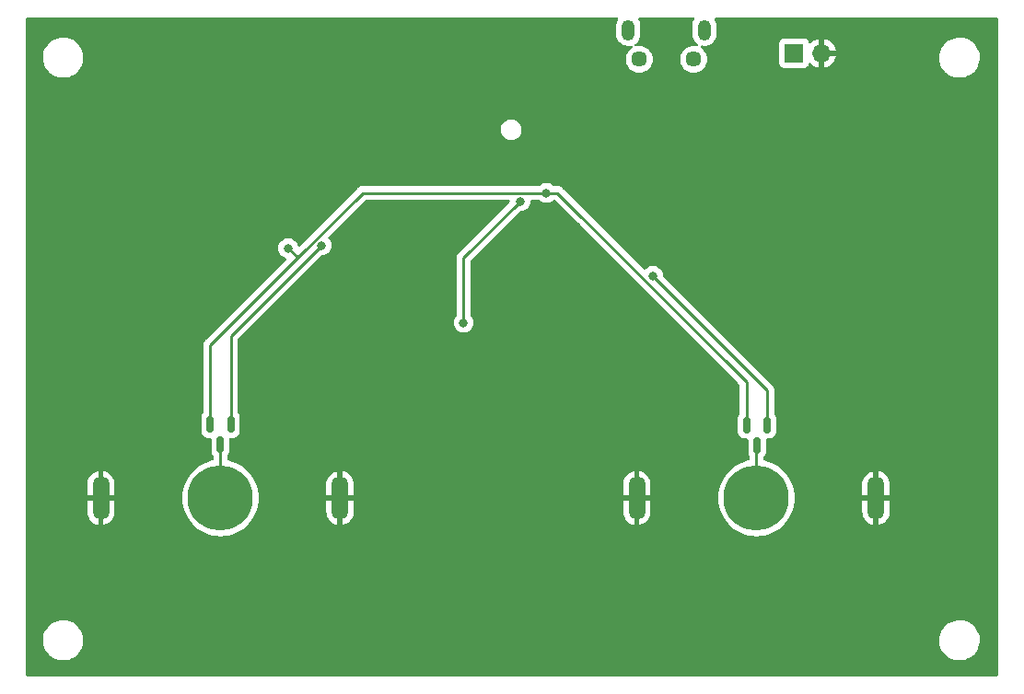
<source format=gbl>
%TF.GenerationSoftware,KiCad,Pcbnew,7.0.6*%
%TF.CreationDate,2023-08-13T13:31:46-04:00*%
%TF.ProjectId,Microphone_V1,4d696372-6f70-4686-9f6e-655f56312e6b,rev?*%
%TF.SameCoordinates,Original*%
%TF.FileFunction,Copper,L2,Bot*%
%TF.FilePolarity,Positive*%
%FSLAX46Y46*%
G04 Gerber Fmt 4.6, Leading zero omitted, Abs format (unit mm)*
G04 Created by KiCad (PCBNEW 7.0.6) date 2023-08-13 13:31:46*
%MOMM*%
%LPD*%
G01*
G04 APERTURE LIST*
G04 Aperture macros list*
%AMRoundRect*
0 Rectangle with rounded corners*
0 $1 Rounding radius*
0 $2 $3 $4 $5 $6 $7 $8 $9 X,Y pos of 4 corners*
0 Add a 4 corners polygon primitive as box body*
4,1,4,$2,$3,$4,$5,$6,$7,$8,$9,$2,$3,0*
0 Add four circle primitives for the rounded corners*
1,1,$1+$1,$2,$3*
1,1,$1+$1,$4,$5*
1,1,$1+$1,$6,$7*
1,1,$1+$1,$8,$9*
0 Add four rect primitives between the rounded corners*
20,1,$1+$1,$2,$3,$4,$5,0*
20,1,$1+$1,$4,$5,$6,$7,0*
20,1,$1+$1,$6,$7,$8,$9,0*
20,1,$1+$1,$8,$9,$2,$3,0*%
G04 Aperture macros list end*
%TA.AperFunction,ComponentPad*%
%ADD10O,1.200000X1.900000*%
%TD*%
%TA.AperFunction,ComponentPad*%
%ADD11C,1.450000*%
%TD*%
%TA.AperFunction,ComponentPad*%
%ADD12C,6.000000*%
%TD*%
%TA.AperFunction,ComponentPad*%
%ADD13O,1.524000X4.000000*%
%TD*%
%TA.AperFunction,ComponentPad*%
%ADD14R,1.700000X1.700000*%
%TD*%
%TA.AperFunction,ComponentPad*%
%ADD15O,1.700000X1.700000*%
%TD*%
%TA.AperFunction,SMDPad,CuDef*%
%ADD16RoundRect,0.150000X-0.150000X0.587500X-0.150000X-0.587500X0.150000X-0.587500X0.150000X0.587500X0*%
%TD*%
%TA.AperFunction,ViaPad*%
%ADD17C,0.800000*%
%TD*%
%TA.AperFunction,Conductor*%
%ADD18C,0.250000*%
%TD*%
G04 APERTURE END LIST*
D10*
%TO.P,J1,6,Shield*%
%TO.N,Net-(J1-Shield)*%
X182930000Y-65278000D03*
D11*
X181930000Y-67978000D03*
X176930000Y-67978000D03*
D10*
X175930000Y-65278000D03*
%TD*%
D12*
%TO.P,MK2,1,-*%
%TO.N,/LEFT_MIC*%
X138430000Y-108331000D03*
D13*
%TO.P,MK2,2,+*%
%TO.N,GND*%
X127430000Y-108331000D03*
X149430000Y-108331000D03*
%TD*%
D12*
%TO.P,MK1,1,-*%
%TO.N,/RIGHT_MIC*%
X187706000Y-108331000D03*
D13*
%TO.P,MK1,2,+*%
%TO.N,GND*%
X176706000Y-108331000D03*
X198706000Y-108331000D03*
%TD*%
D14*
%TO.P,J2,1,Pin_1*%
%TO.N,/VCC_SW*%
X191155000Y-67412000D03*
D15*
%TO.P,J2,2,Pin_2*%
%TO.N,GND*%
X193695000Y-67412000D03*
%TD*%
D16*
%TO.P,Q2,1,D*%
%TO.N,/VCC*%
X137480000Y-101551500D03*
%TO.P,Q2,2,S*%
%TO.N,Net-(Q2-S)*%
X139380000Y-101551500D03*
%TO.P,Q2,3,G*%
%TO.N,/LEFT_MIC*%
X138430000Y-103426500D03*
%TD*%
%TO.P,Q1,1,D*%
%TO.N,/VCC*%
X186817000Y-101600000D03*
%TO.P,Q1,2,S*%
%TO.N,Net-(Q1-S)*%
X188717000Y-101600000D03*
%TO.P,Q1,3,G*%
%TO.N,/RIGHT_MIC*%
X187767000Y-103475000D03*
%TD*%
D17*
%TO.N,GND*%
X177927000Y-92710000D03*
X182753000Y-88773000D03*
X146304000Y-90043000D03*
X142875000Y-82042000D03*
X165100000Y-66040000D03*
X159004000Y-66040000D03*
X177673000Y-76454000D03*
X173101000Y-82169000D03*
X171196000Y-83312000D03*
X161163000Y-95631000D03*
X156972000Y-78867000D03*
X158623000Y-81280000D03*
X157353000Y-86868000D03*
X158877000Y-86868000D03*
%TO.N,/VCC*%
X144653000Y-85344000D03*
%TO.N,/REF*%
X160782000Y-92202000D03*
X165989000Y-81026000D03*
%TO.N,Net-(Q1-S)*%
X178181000Y-87884000D03*
%TO.N,Net-(Q2-S)*%
X147701000Y-85090000D03*
%TO.N,/VCC*%
X168402000Y-80264000D03*
%TD*%
D18*
%TO.N,/RIGHT_MIC*%
X187706000Y-103536000D02*
X187706000Y-108331000D01*
X187767000Y-103475000D02*
X187706000Y-103536000D01*
%TO.N,/LEFT_MIC*%
X138430000Y-103426500D02*
X138430000Y-108331000D01*
%TO.N,/VCC*%
X145473847Y-86164847D02*
X145600847Y-86164847D01*
X144653000Y-85344000D02*
X145473847Y-86164847D01*
X145600847Y-86164847D02*
X151501695Y-80264000D01*
X137480000Y-94285695D02*
X145600847Y-86164847D01*
%TO.N,/REF*%
X160782000Y-86233000D02*
X160782000Y-92202000D01*
X165989000Y-81026000D02*
X160782000Y-86233000D01*
%TO.N,Net-(Q1-S)*%
X188717000Y-98420000D02*
X178181000Y-87884000D01*
X188717000Y-101600000D02*
X188717000Y-98420000D01*
%TO.N,Net-(Q2-S)*%
X139380000Y-101551500D02*
X139380000Y-93411000D01*
X139380000Y-93411000D02*
X147701000Y-85090000D01*
%TO.N,/VCC*%
X186817000Y-97663000D02*
X169418000Y-80264000D01*
X151501695Y-80264000D02*
X168402000Y-80264000D01*
X169418000Y-80264000D02*
X168402000Y-80264000D01*
X186817000Y-101600000D02*
X186817000Y-97663000D01*
X137480000Y-101551500D02*
X137480000Y-94285695D01*
%TD*%
%TA.AperFunction,Conductor*%
%TO.N,GND*%
G36*
X174961904Y-64154685D02*
G01*
X175007659Y-64207489D01*
X175017603Y-64276647D01*
X174999180Y-64326040D01*
X174940245Y-64417743D01*
X174861563Y-64614280D01*
X174821500Y-64822150D01*
X174821500Y-64822151D01*
X174821500Y-65680803D01*
X174836581Y-65838738D01*
X174836582Y-65838742D01*
X174896033Y-66041217D01*
X174896223Y-66041862D01*
X174993229Y-66230026D01*
X175061109Y-66316342D01*
X175124094Y-66396434D01*
X175284077Y-66535061D01*
X175284088Y-66535069D01*
X175324269Y-66558267D01*
X175467418Y-66640913D01*
X175667473Y-66710153D01*
X175877016Y-66740281D01*
X176088474Y-66730208D01*
X176173391Y-66709607D01*
X176243180Y-66712931D01*
X176300095Y-66753458D01*
X176326063Y-66818323D01*
X176312841Y-66886930D01*
X176273749Y-66931685D01*
X176134100Y-67029469D01*
X176134089Y-67029478D01*
X175981475Y-67182092D01*
X175857676Y-67358894D01*
X175766462Y-67554505D01*
X175766458Y-67554514D01*
X175710600Y-67762981D01*
X175710598Y-67762992D01*
X175691788Y-67977998D01*
X175691788Y-67978001D01*
X175710598Y-68193007D01*
X175710600Y-68193018D01*
X175766458Y-68401485D01*
X175766460Y-68401489D01*
X175766461Y-68401493D01*
X175789129Y-68450105D01*
X175857676Y-68597105D01*
X175959577Y-68742633D01*
X175981475Y-68773907D01*
X176134093Y-68926525D01*
X176310894Y-69050323D01*
X176506507Y-69141539D01*
X176714987Y-69197401D01*
X176868567Y-69210837D01*
X176929998Y-69216212D01*
X176930000Y-69216212D01*
X176930002Y-69216212D01*
X176983753Y-69211509D01*
X177145013Y-69197401D01*
X177353493Y-69141539D01*
X177549106Y-69050323D01*
X177725907Y-68926525D01*
X177878525Y-68773907D01*
X178002323Y-68597106D01*
X178093539Y-68401493D01*
X178149401Y-68193013D01*
X178168212Y-67978000D01*
X178149401Y-67762987D01*
X178093539Y-67554507D01*
X178002323Y-67358894D01*
X177878525Y-67182093D01*
X177725907Y-67029475D01*
X177665315Y-66987048D01*
X177549105Y-66905676D01*
X177432754Y-66851421D01*
X177353493Y-66814461D01*
X177353489Y-66814460D01*
X177353485Y-66814458D01*
X177145018Y-66758600D01*
X177145014Y-66758599D01*
X177145013Y-66758599D01*
X177145012Y-66758598D01*
X177145007Y-66758598D01*
X176930002Y-66739788D01*
X176929998Y-66739788D01*
X176714992Y-66758598D01*
X176714978Y-66758601D01*
X176638659Y-66779050D01*
X176568810Y-66777387D01*
X176510947Y-66738224D01*
X176483444Y-66673995D01*
X176495031Y-66605093D01*
X176534636Y-66558270D01*
X176659215Y-66469559D01*
X176805303Y-66316346D01*
X176805657Y-66315796D01*
X176880102Y-66199956D01*
X176919756Y-66138254D01*
X176998436Y-65941721D01*
X177038500Y-65733849D01*
X177038500Y-64875197D01*
X177023419Y-64717261D01*
X176963777Y-64514138D01*
X176866771Y-64325974D01*
X176864064Y-64320723D01*
X176865096Y-64320190D01*
X176847129Y-64259001D01*
X176866813Y-64191961D01*
X176919617Y-64146206D01*
X176971129Y-64135000D01*
X181894865Y-64135000D01*
X181961904Y-64154685D01*
X182007659Y-64207489D01*
X182017603Y-64276647D01*
X181999180Y-64326040D01*
X181940245Y-64417743D01*
X181861563Y-64614280D01*
X181821500Y-64822150D01*
X181821500Y-64822151D01*
X181821500Y-65680803D01*
X181836581Y-65838738D01*
X181836582Y-65838742D01*
X181896033Y-66041217D01*
X181896223Y-66041862D01*
X181993229Y-66230026D01*
X182061109Y-66316342D01*
X182124094Y-66396434D01*
X182284077Y-66535061D01*
X182284088Y-66535069D01*
X182298626Y-66543462D01*
X182311304Y-66550782D01*
X182359520Y-66601347D01*
X182372745Y-66669953D01*
X182346778Y-66734819D01*
X182289865Y-66775348D01*
X182220074Y-66778674D01*
X182217214Y-66777944D01*
X182145021Y-66758601D01*
X182145018Y-66758600D01*
X182145013Y-66758599D01*
X182145010Y-66758598D01*
X182145007Y-66758598D01*
X181930002Y-66739788D01*
X181929998Y-66739788D01*
X181714992Y-66758598D01*
X181714981Y-66758600D01*
X181506514Y-66814458D01*
X181506505Y-66814462D01*
X181310894Y-66905676D01*
X181134092Y-67029475D01*
X180981475Y-67182092D01*
X180857676Y-67358894D01*
X180766462Y-67554505D01*
X180766458Y-67554514D01*
X180710600Y-67762981D01*
X180710598Y-67762992D01*
X180691788Y-67977998D01*
X180691788Y-67978001D01*
X180710598Y-68193007D01*
X180710600Y-68193018D01*
X180766458Y-68401485D01*
X180766460Y-68401489D01*
X180766461Y-68401493D01*
X180789129Y-68450105D01*
X180857676Y-68597105D01*
X180959577Y-68742633D01*
X180981475Y-68773907D01*
X181134093Y-68926525D01*
X181310894Y-69050323D01*
X181506507Y-69141539D01*
X181714987Y-69197401D01*
X181868567Y-69210837D01*
X181929998Y-69216212D01*
X181930000Y-69216212D01*
X181930002Y-69216212D01*
X181983753Y-69211509D01*
X182145013Y-69197401D01*
X182353493Y-69141539D01*
X182549106Y-69050323D01*
X182725907Y-68926525D01*
X182878525Y-68773907D01*
X183002323Y-68597106D01*
X183093539Y-68401493D01*
X183117879Y-68310654D01*
X189796500Y-68310654D01*
X189803011Y-68371202D01*
X189803011Y-68371204D01*
X189854110Y-68508203D01*
X189854111Y-68508204D01*
X189941739Y-68625261D01*
X190058796Y-68712889D01*
X190195799Y-68763989D01*
X190223050Y-68766918D01*
X190256345Y-68770499D01*
X190256362Y-68770500D01*
X192053638Y-68770500D01*
X192053654Y-68770499D01*
X192080692Y-68767591D01*
X192114201Y-68763989D01*
X192251204Y-68712889D01*
X192368261Y-68625261D01*
X192455889Y-68508204D01*
X192504223Y-68378615D01*
X192546093Y-68322686D01*
X192611557Y-68298269D01*
X192679830Y-68313121D01*
X192708084Y-68334272D01*
X192823917Y-68450105D01*
X193017421Y-68585600D01*
X193231507Y-68685429D01*
X193231516Y-68685433D01*
X193445000Y-68742634D01*
X193445000Y-67847501D01*
X193552685Y-67896680D01*
X193659237Y-67912000D01*
X193730763Y-67912000D01*
X193837315Y-67896680D01*
X193945000Y-67847501D01*
X193945000Y-68742633D01*
X194158483Y-68685433D01*
X194158492Y-68685429D01*
X194372578Y-68585600D01*
X194566082Y-68450105D01*
X194733105Y-68283082D01*
X194868600Y-68089578D01*
X194963640Y-67885763D01*
X204520787Y-67885763D01*
X204550413Y-68155013D01*
X204550415Y-68155024D01*
X204614851Y-68401494D01*
X204618928Y-68417088D01*
X204724870Y-68666390D01*
X204784434Y-68763989D01*
X204865979Y-68897605D01*
X204865986Y-68897615D01*
X205039253Y-69105819D01*
X205039259Y-69105824D01*
X205141466Y-69197401D01*
X205240998Y-69286582D01*
X205466910Y-69436044D01*
X205712176Y-69551020D01*
X205712183Y-69551022D01*
X205712185Y-69551023D01*
X205971557Y-69629057D01*
X205971564Y-69629058D01*
X205971569Y-69629060D01*
X206239561Y-69668500D01*
X206239566Y-69668500D01*
X206442636Y-69668500D01*
X206494133Y-69664730D01*
X206645156Y-69653677D01*
X206757758Y-69628593D01*
X206909546Y-69594782D01*
X206909548Y-69594781D01*
X206909553Y-69594780D01*
X207162558Y-69498014D01*
X207398777Y-69365441D01*
X207613177Y-69199888D01*
X207801186Y-69004881D01*
X207958799Y-68784579D01*
X208040710Y-68625260D01*
X208082649Y-68543690D01*
X208082651Y-68543684D01*
X208082656Y-68543675D01*
X208170118Y-68287305D01*
X208219319Y-68020933D01*
X208229212Y-67750235D01*
X208199586Y-67480982D01*
X208131072Y-67218912D01*
X208025130Y-66969610D01*
X207884018Y-66738390D01*
X207835674Y-66680298D01*
X207710746Y-66530180D01*
X207710740Y-66530175D01*
X207509002Y-66349418D01*
X207283092Y-66199957D01*
X207280494Y-66198739D01*
X207037824Y-66084980D01*
X207037819Y-66084978D01*
X207037814Y-66084976D01*
X206778442Y-66006942D01*
X206778428Y-66006939D01*
X206662791Y-65989921D01*
X206510439Y-65967500D01*
X206307369Y-65967500D01*
X206307364Y-65967500D01*
X206104844Y-65982323D01*
X206104831Y-65982325D01*
X205840453Y-66041217D01*
X205840446Y-66041220D01*
X205587439Y-66137987D01*
X205351226Y-66270557D01*
X205136822Y-66436112D01*
X204948822Y-66631109D01*
X204948816Y-66631116D01*
X204791202Y-66851419D01*
X204791199Y-66851424D01*
X204667350Y-67092309D01*
X204667343Y-67092327D01*
X204579884Y-67348685D01*
X204579881Y-67348699D01*
X204530681Y-67615068D01*
X204530680Y-67615075D01*
X204520787Y-67885763D01*
X194963640Y-67885763D01*
X194968429Y-67875492D01*
X194968432Y-67875486D01*
X195025636Y-67662000D01*
X194128686Y-67662000D01*
X194154493Y-67621844D01*
X194195000Y-67483889D01*
X194195000Y-67340111D01*
X194154493Y-67202156D01*
X194128686Y-67162000D01*
X195025636Y-67162000D01*
X195025635Y-67161999D01*
X194968432Y-66948513D01*
X194968429Y-66948507D01*
X194868600Y-66734422D01*
X194868599Y-66734420D01*
X194733113Y-66540926D01*
X194733108Y-66540920D01*
X194566082Y-66373894D01*
X194372578Y-66238399D01*
X194158492Y-66138570D01*
X194158486Y-66138567D01*
X193945000Y-66081364D01*
X193945000Y-66976498D01*
X193837315Y-66927320D01*
X193730763Y-66912000D01*
X193659237Y-66912000D01*
X193552685Y-66927320D01*
X193445000Y-66976498D01*
X193445000Y-66081364D01*
X193444999Y-66081364D01*
X193231513Y-66138567D01*
X193231507Y-66138570D01*
X193017422Y-66238399D01*
X193017420Y-66238400D01*
X192823926Y-66373886D01*
X192708084Y-66489728D01*
X192646761Y-66523212D01*
X192577069Y-66518228D01*
X192521136Y-66476356D01*
X192504223Y-66445384D01*
X192455889Y-66315796D01*
X192368261Y-66198739D01*
X192251204Y-66111111D01*
X192114203Y-66060011D01*
X192053654Y-66053500D01*
X192053638Y-66053500D01*
X190256362Y-66053500D01*
X190256345Y-66053500D01*
X190195797Y-66060011D01*
X190195795Y-66060011D01*
X190058795Y-66111111D01*
X189941739Y-66198739D01*
X189854111Y-66315795D01*
X189803011Y-66452795D01*
X189803011Y-66452797D01*
X189796500Y-66513345D01*
X189796500Y-68310654D01*
X183117879Y-68310654D01*
X183149401Y-68193013D01*
X183168212Y-67978000D01*
X183149401Y-67762987D01*
X183093539Y-67554507D01*
X183002323Y-67358894D01*
X182878525Y-67182093D01*
X182725907Y-67029475D01*
X182593194Y-66936548D01*
X182549570Y-66881972D01*
X182542378Y-66812473D01*
X182573900Y-66750119D01*
X182634130Y-66714705D01*
X182681961Y-66712236D01*
X182877016Y-66740281D01*
X183088474Y-66730208D01*
X183294204Y-66680298D01*
X183486771Y-66592356D01*
X183590869Y-66518228D01*
X183659210Y-66469563D01*
X183659211Y-66469561D01*
X183659215Y-66469559D01*
X183805303Y-66316346D01*
X183805657Y-66315796D01*
X183880102Y-66199956D01*
X183919756Y-66138254D01*
X183998436Y-65941721D01*
X184038500Y-65733849D01*
X184038500Y-64875197D01*
X184023419Y-64717261D01*
X183963777Y-64514138D01*
X183866771Y-64325974D01*
X183864064Y-64320723D01*
X183865096Y-64320190D01*
X183847129Y-64259001D01*
X183866813Y-64191961D01*
X183919617Y-64146206D01*
X183971129Y-64135000D01*
X209807000Y-64135000D01*
X209874039Y-64154685D01*
X209919794Y-64207489D01*
X209931000Y-64259000D01*
X209931000Y-124590000D01*
X209911315Y-124657039D01*
X209858511Y-124702794D01*
X209807000Y-124714000D01*
X120647000Y-124714000D01*
X120579961Y-124694315D01*
X120534206Y-124641511D01*
X120523000Y-124590000D01*
X120523000Y-121479763D01*
X122097787Y-121479763D01*
X122127413Y-121749013D01*
X122127415Y-121749024D01*
X122195926Y-122011082D01*
X122195928Y-122011088D01*
X122301870Y-122260390D01*
X122373998Y-122378575D01*
X122442979Y-122491605D01*
X122442986Y-122491615D01*
X122616253Y-122699819D01*
X122616259Y-122699824D01*
X122817998Y-122880582D01*
X123043910Y-123030044D01*
X123289176Y-123145020D01*
X123289183Y-123145022D01*
X123289185Y-123145023D01*
X123548557Y-123223057D01*
X123548564Y-123223058D01*
X123548569Y-123223060D01*
X123816561Y-123262500D01*
X123816566Y-123262500D01*
X124019636Y-123262500D01*
X124071133Y-123258730D01*
X124222156Y-123247677D01*
X124334758Y-123222593D01*
X124486546Y-123188782D01*
X124486548Y-123188781D01*
X124486553Y-123188780D01*
X124739558Y-123092014D01*
X124975777Y-122959441D01*
X125190177Y-122793888D01*
X125378186Y-122598881D01*
X125535799Y-122378579D01*
X125609787Y-122234669D01*
X125659649Y-122137690D01*
X125659651Y-122137684D01*
X125659656Y-122137675D01*
X125747118Y-121881305D01*
X125796319Y-121614933D01*
X125801259Y-121479763D01*
X204520787Y-121479763D01*
X204550413Y-121749013D01*
X204550415Y-121749024D01*
X204618926Y-122011082D01*
X204618928Y-122011088D01*
X204724870Y-122260390D01*
X204796998Y-122378575D01*
X204865979Y-122491605D01*
X204865986Y-122491615D01*
X205039253Y-122699819D01*
X205039259Y-122699824D01*
X205240998Y-122880582D01*
X205466910Y-123030044D01*
X205712176Y-123145020D01*
X205712183Y-123145022D01*
X205712185Y-123145023D01*
X205971557Y-123223057D01*
X205971564Y-123223058D01*
X205971569Y-123223060D01*
X206239561Y-123262500D01*
X206239566Y-123262500D01*
X206442636Y-123262500D01*
X206494133Y-123258730D01*
X206645156Y-123247677D01*
X206757758Y-123222593D01*
X206909546Y-123188782D01*
X206909548Y-123188781D01*
X206909553Y-123188780D01*
X207162558Y-123092014D01*
X207398777Y-122959441D01*
X207613177Y-122793888D01*
X207801186Y-122598881D01*
X207958799Y-122378579D01*
X208032787Y-122234669D01*
X208082649Y-122137690D01*
X208082651Y-122137684D01*
X208082656Y-122137675D01*
X208170118Y-121881305D01*
X208219319Y-121614933D01*
X208229212Y-121344235D01*
X208199586Y-121074982D01*
X208131072Y-120812912D01*
X208025130Y-120563610D01*
X207884018Y-120332390D01*
X207794747Y-120225119D01*
X207710746Y-120124180D01*
X207710740Y-120124175D01*
X207509002Y-119943418D01*
X207283092Y-119793957D01*
X207283090Y-119793956D01*
X207037824Y-119678980D01*
X207037819Y-119678978D01*
X207037814Y-119678976D01*
X206778442Y-119600942D01*
X206778428Y-119600939D01*
X206662791Y-119583921D01*
X206510439Y-119561500D01*
X206307369Y-119561500D01*
X206307364Y-119561500D01*
X206104844Y-119576323D01*
X206104831Y-119576325D01*
X205840453Y-119635217D01*
X205840446Y-119635220D01*
X205587439Y-119731987D01*
X205351226Y-119864557D01*
X205136822Y-120030112D01*
X204948822Y-120225109D01*
X204948816Y-120225116D01*
X204791202Y-120445419D01*
X204791199Y-120445424D01*
X204667350Y-120686309D01*
X204667343Y-120686327D01*
X204579884Y-120942685D01*
X204579881Y-120942699D01*
X204530681Y-121209068D01*
X204530680Y-121209075D01*
X204520787Y-121479763D01*
X125801259Y-121479763D01*
X125806212Y-121344235D01*
X125776586Y-121074982D01*
X125708072Y-120812912D01*
X125602130Y-120563610D01*
X125461018Y-120332390D01*
X125371747Y-120225119D01*
X125287746Y-120124180D01*
X125287740Y-120124175D01*
X125086002Y-119943418D01*
X124860092Y-119793957D01*
X124860090Y-119793956D01*
X124614824Y-119678980D01*
X124614819Y-119678978D01*
X124614814Y-119678976D01*
X124355442Y-119600942D01*
X124355428Y-119600939D01*
X124239791Y-119583921D01*
X124087439Y-119561500D01*
X123884369Y-119561500D01*
X123884364Y-119561500D01*
X123681844Y-119576323D01*
X123681831Y-119576325D01*
X123417453Y-119635217D01*
X123417446Y-119635220D01*
X123164439Y-119731987D01*
X122928226Y-119864557D01*
X122713822Y-120030112D01*
X122525822Y-120225109D01*
X122525816Y-120225116D01*
X122368202Y-120445419D01*
X122368199Y-120445424D01*
X122244350Y-120686309D01*
X122244343Y-120686327D01*
X122156884Y-120942685D01*
X122156881Y-120942699D01*
X122107681Y-121209068D01*
X122107680Y-121209075D01*
X122097787Y-121479763D01*
X120523000Y-121479763D01*
X120523000Y-109625672D01*
X126168000Y-109625672D01*
X126183261Y-109795250D01*
X126243692Y-110014217D01*
X126243697Y-110014230D01*
X126342256Y-110218891D01*
X126342262Y-110218901D01*
X126475780Y-110402672D01*
X126475784Y-110402677D01*
X126639976Y-110559659D01*
X126829560Y-110684803D01*
X127038439Y-110774083D01*
X127038448Y-110774086D01*
X127179998Y-110806393D01*
X127179999Y-110806392D01*
X127179999Y-109737716D01*
X127218731Y-109773371D01*
X127335177Y-109824448D01*
X127461898Y-109834949D01*
X127585162Y-109803734D01*
X127680000Y-109741773D01*
X127680000Y-110808660D01*
X127711952Y-110804333D01*
X127928003Y-110734134D01*
X128128039Y-110626490D01*
X128128042Y-110626488D01*
X128305646Y-110484854D01*
X128455100Y-110313789D01*
X128455107Y-110313781D01*
X128571615Y-110118781D01*
X128571619Y-110118773D01*
X128651438Y-109906095D01*
X128691999Y-109682585D01*
X128692000Y-108581000D01*
X127811000Y-108581000D01*
X127811000Y-108331000D01*
X134916685Y-108331000D01*
X134935931Y-108698242D01*
X134993458Y-109061453D01*
X134993458Y-109061455D01*
X135088641Y-109416681D01*
X135220428Y-109759997D01*
X135387382Y-110087662D01*
X135587666Y-110396073D01*
X135587668Y-110396075D01*
X135819098Y-110681867D01*
X136079133Y-110941902D01*
X136079137Y-110941905D01*
X136364926Y-111173333D01*
X136673337Y-111373617D01*
X136673342Y-111373620D01*
X137001006Y-111540573D01*
X137344326Y-111672361D01*
X137699541Y-111767541D01*
X138062759Y-111825069D01*
X138409688Y-111843250D01*
X138429999Y-111844315D01*
X138430000Y-111844315D01*
X138430001Y-111844315D01*
X138449246Y-111843306D01*
X138797241Y-111825069D01*
X139160459Y-111767541D01*
X139515674Y-111672361D01*
X139858994Y-111540573D01*
X140186658Y-111373620D01*
X140495075Y-111173332D01*
X140780867Y-110941902D01*
X141040902Y-110681867D01*
X141272332Y-110396075D01*
X141472620Y-110087658D01*
X141639573Y-109759994D01*
X141691134Y-109625672D01*
X148168000Y-109625672D01*
X148183261Y-109795250D01*
X148243692Y-110014217D01*
X148243697Y-110014230D01*
X148342256Y-110218891D01*
X148342262Y-110218901D01*
X148475780Y-110402672D01*
X148475784Y-110402677D01*
X148639976Y-110559659D01*
X148829560Y-110684803D01*
X149038439Y-110774083D01*
X149038448Y-110774086D01*
X149179999Y-110806393D01*
X149180000Y-110806392D01*
X149180000Y-109737716D01*
X149218731Y-109773371D01*
X149335177Y-109824448D01*
X149461898Y-109834949D01*
X149585162Y-109803734D01*
X149680000Y-109741773D01*
X149680000Y-110808659D01*
X149711952Y-110804333D01*
X149928003Y-110734134D01*
X150128039Y-110626490D01*
X150128042Y-110626488D01*
X150305646Y-110484854D01*
X150455100Y-110313789D01*
X150455107Y-110313781D01*
X150571615Y-110118781D01*
X150571619Y-110118773D01*
X150651438Y-109906095D01*
X150692000Y-109682585D01*
X150692000Y-109625672D01*
X175444000Y-109625672D01*
X175459261Y-109795250D01*
X175519692Y-110014217D01*
X175519697Y-110014230D01*
X175618256Y-110218891D01*
X175618262Y-110218901D01*
X175751780Y-110402672D01*
X175751784Y-110402677D01*
X175915976Y-110559659D01*
X176105560Y-110684803D01*
X176314439Y-110774083D01*
X176314448Y-110774086D01*
X176455999Y-110806393D01*
X176456000Y-110806393D01*
X176456000Y-109737716D01*
X176494731Y-109773371D01*
X176611177Y-109824448D01*
X176737898Y-109834949D01*
X176861162Y-109803734D01*
X176956000Y-109741773D01*
X176956000Y-110808659D01*
X176987952Y-110804333D01*
X177204003Y-110734134D01*
X177404039Y-110626490D01*
X177404042Y-110626488D01*
X177581646Y-110484854D01*
X177731100Y-110313789D01*
X177731107Y-110313781D01*
X177847615Y-110118781D01*
X177847619Y-110118773D01*
X177927438Y-109906095D01*
X177968000Y-109682585D01*
X177968000Y-108581000D01*
X177087000Y-108581000D01*
X177087000Y-108081000D01*
X177968000Y-108081000D01*
X177968000Y-107036331D01*
X177967999Y-107036327D01*
X177952738Y-106866749D01*
X177892307Y-106647782D01*
X177892302Y-106647769D01*
X177793743Y-106443108D01*
X177793737Y-106443098D01*
X177660219Y-106259327D01*
X177660215Y-106259322D01*
X177496023Y-106102340D01*
X177306439Y-105977196D01*
X177097559Y-105887916D01*
X177097550Y-105887913D01*
X176956000Y-105855605D01*
X176956000Y-106924283D01*
X176917269Y-106888629D01*
X176800823Y-106837552D01*
X176674102Y-106827051D01*
X176550838Y-106858266D01*
X176456000Y-106920226D01*
X176456000Y-105853339D01*
X176424040Y-105857669D01*
X176424038Y-105857669D01*
X176207996Y-105927865D01*
X176007960Y-106035509D01*
X176007957Y-106035511D01*
X175830353Y-106177145D01*
X175680899Y-106348210D01*
X175680892Y-106348218D01*
X175564384Y-106543218D01*
X175564380Y-106543226D01*
X175484561Y-106755904D01*
X175444000Y-106979414D01*
X175444000Y-108081000D01*
X176325000Y-108081000D01*
X176325000Y-108581000D01*
X175444000Y-108581000D01*
X175444000Y-109625672D01*
X150692000Y-109625672D01*
X150692000Y-108581000D01*
X149811000Y-108581000D01*
X149811000Y-108081000D01*
X150692000Y-108081000D01*
X150692000Y-107036331D01*
X150691999Y-107036327D01*
X150676738Y-106866749D01*
X150616307Y-106647782D01*
X150616302Y-106647769D01*
X150517743Y-106443108D01*
X150517737Y-106443098D01*
X150384219Y-106259327D01*
X150384215Y-106259322D01*
X150220023Y-106102340D01*
X150030439Y-105977196D01*
X149821559Y-105887916D01*
X149821550Y-105887913D01*
X149680000Y-105855605D01*
X149680000Y-106924283D01*
X149641269Y-106888629D01*
X149524823Y-106837552D01*
X149398102Y-106827051D01*
X149274838Y-106858266D01*
X149180000Y-106920226D01*
X149180000Y-105853339D01*
X149148040Y-105857669D01*
X149148038Y-105857669D01*
X148931996Y-105927865D01*
X148731960Y-106035509D01*
X148731957Y-106035511D01*
X148554353Y-106177145D01*
X148404899Y-106348210D01*
X148404892Y-106348218D01*
X148288384Y-106543218D01*
X148288380Y-106543226D01*
X148208561Y-106755904D01*
X148168000Y-106979414D01*
X148168000Y-108081000D01*
X149049000Y-108081000D01*
X149049000Y-108581000D01*
X148168000Y-108581000D01*
X148168000Y-109625672D01*
X141691134Y-109625672D01*
X141771361Y-109416674D01*
X141866541Y-109061459D01*
X141924069Y-108698241D01*
X141943315Y-108331000D01*
X141924069Y-107963759D01*
X141866541Y-107600541D01*
X141771361Y-107245326D01*
X141639573Y-106902006D01*
X141472620Y-106574343D01*
X141472617Y-106574338D01*
X141272333Y-106265926D01*
X141085746Y-106035511D01*
X141040902Y-105980133D01*
X140780867Y-105720098D01*
X140495075Y-105488668D01*
X140495073Y-105488666D01*
X140186662Y-105288382D01*
X139858997Y-105121428D01*
X139515681Y-104989641D01*
X139515674Y-104989639D01*
X139160459Y-104894459D01*
X139160453Y-104894458D01*
X139157322Y-104893619D01*
X139157615Y-104892523D01*
X139100204Y-104861501D01*
X139066451Y-104800326D01*
X139063500Y-104773436D01*
X139063500Y-104513122D01*
X139083185Y-104446083D01*
X139099818Y-104425441D01*
X139104453Y-104420807D01*
X139189145Y-104277601D01*
X139235562Y-104117831D01*
X139238500Y-104080502D01*
X139238500Y-102921500D01*
X139258185Y-102854461D01*
X139310989Y-102808706D01*
X139362500Y-102797500D01*
X139596505Y-102797500D01*
X139618899Y-102795737D01*
X139633831Y-102794562D01*
X139633833Y-102794561D01*
X139633835Y-102794561D01*
X139675962Y-102782321D01*
X139793601Y-102748145D01*
X139936807Y-102663453D01*
X140054453Y-102545807D01*
X140139145Y-102402601D01*
X140185562Y-102242831D01*
X140188500Y-102205502D01*
X140188500Y-100897498D01*
X140185562Y-100860169D01*
X140139145Y-100700399D01*
X140054453Y-100557193D01*
X140054451Y-100557191D01*
X140054448Y-100557187D01*
X140049819Y-100552558D01*
X140016334Y-100491235D01*
X140013500Y-100464877D01*
X140013500Y-93724766D01*
X140033185Y-93657727D01*
X140049819Y-93637085D01*
X147652086Y-86034819D01*
X147713409Y-86001334D01*
X147739767Y-85998500D01*
X147796487Y-85998500D01*
X147983288Y-85958794D01*
X148157752Y-85881118D01*
X148312253Y-85768866D01*
X148440040Y-85626944D01*
X148535527Y-85461556D01*
X148594542Y-85279928D01*
X148614504Y-85090000D01*
X148594542Y-84900072D01*
X148535527Y-84718444D01*
X148440040Y-84553056D01*
X148361714Y-84466066D01*
X148331484Y-84403074D01*
X148340109Y-84333739D01*
X148366180Y-84295416D01*
X151727779Y-80933819D01*
X151789103Y-80900334D01*
X151815461Y-80897500D01*
X164922233Y-80897500D01*
X164989272Y-80917185D01*
X165035027Y-80969989D01*
X165044971Y-81039147D01*
X165015946Y-81102703D01*
X165009914Y-81109181D01*
X160393179Y-85725914D01*
X160380820Y-85735818D01*
X160380993Y-85736027D01*
X160374983Y-85740999D01*
X160327016Y-85792078D01*
X160305872Y-85813222D01*
X160305857Y-85813239D01*
X160301531Y-85818814D01*
X160297747Y-85823244D01*
X160265419Y-85857671D01*
X160265412Y-85857681D01*
X160255579Y-85875567D01*
X160244903Y-85891820D01*
X160232386Y-85907957D01*
X160232385Y-85907959D01*
X160213625Y-85951310D01*
X160211055Y-85956556D01*
X160188303Y-85997941D01*
X160188303Y-85997942D01*
X160183225Y-86017720D01*
X160176925Y-86036122D01*
X160168818Y-86054857D01*
X160161431Y-86101495D01*
X160160246Y-86107216D01*
X160148500Y-86152965D01*
X160148499Y-86152973D01*
X160148499Y-86173388D01*
X160146973Y-86192779D01*
X160143780Y-86212941D01*
X160143780Y-86212942D01*
X160148225Y-86259966D01*
X160148500Y-86265804D01*
X160148500Y-91500241D01*
X160128815Y-91567280D01*
X160116650Y-91583213D01*
X160042963Y-91665050D01*
X160042958Y-91665057D01*
X159947473Y-91830443D01*
X159947470Y-91830450D01*
X159888459Y-92012068D01*
X159888458Y-92012072D01*
X159868496Y-92202000D01*
X159888458Y-92391928D01*
X159888459Y-92391931D01*
X159947470Y-92573549D01*
X159947473Y-92573556D01*
X160042960Y-92738944D01*
X160170747Y-92880866D01*
X160325248Y-92993118D01*
X160499712Y-93070794D01*
X160686513Y-93110500D01*
X160877487Y-93110500D01*
X161064288Y-93070794D01*
X161238752Y-92993118D01*
X161393253Y-92880866D01*
X161521040Y-92738944D01*
X161616527Y-92573556D01*
X161675542Y-92391928D01*
X161695504Y-92202000D01*
X161675542Y-92012072D01*
X161616527Y-91830444D01*
X161521040Y-91665056D01*
X161521036Y-91665050D01*
X161447350Y-91583213D01*
X161417120Y-91520221D01*
X161415500Y-91500241D01*
X161415500Y-86546766D01*
X161435185Y-86479727D01*
X161451819Y-86459085D01*
X165940086Y-81970819D01*
X166001409Y-81937334D01*
X166027767Y-81934500D01*
X166084487Y-81934500D01*
X166271288Y-81894794D01*
X166445752Y-81817118D01*
X166600253Y-81704866D01*
X166728040Y-81562944D01*
X166823527Y-81397556D01*
X166882542Y-81215928D01*
X166902504Y-81026000D01*
X166902504Y-81025996D01*
X166902504Y-81021500D01*
X166922189Y-80954461D01*
X166974993Y-80908706D01*
X167026504Y-80897500D01*
X167694691Y-80897500D01*
X167761730Y-80917185D01*
X167786840Y-80938527D01*
X167789250Y-80941204D01*
X167790747Y-80942866D01*
X167945248Y-81055118D01*
X168119712Y-81132794D01*
X168306513Y-81172500D01*
X168497487Y-81172500D01*
X168684288Y-81132794D01*
X168858752Y-81055118D01*
X169013253Y-80942866D01*
X169014751Y-80941201D01*
X169015859Y-80940519D01*
X169018082Y-80938518D01*
X169018447Y-80938924D01*
X169074232Y-80904552D01*
X169144089Y-80905877D01*
X169194584Y-80936489D01*
X186147182Y-97889086D01*
X186180666Y-97950407D01*
X186183500Y-97976765D01*
X186183500Y-100513377D01*
X186163815Y-100580416D01*
X186147186Y-100601054D01*
X186142549Y-100605691D01*
X186142543Y-100605698D01*
X186057855Y-100748898D01*
X186057853Y-100748903D01*
X186011438Y-100908664D01*
X186011437Y-100908670D01*
X186008500Y-100945995D01*
X186008500Y-102254005D01*
X186011437Y-102291329D01*
X186011438Y-102291335D01*
X186057853Y-102451096D01*
X186057855Y-102451101D01*
X186142544Y-102594303D01*
X186142551Y-102594312D01*
X186260187Y-102711948D01*
X186260191Y-102711951D01*
X186260193Y-102711953D01*
X186403399Y-102796645D01*
X186406342Y-102797500D01*
X186563164Y-102843061D01*
X186563167Y-102843061D01*
X186563169Y-102843062D01*
X186572501Y-102843796D01*
X186600495Y-102846000D01*
X186600498Y-102846000D01*
X186834500Y-102846000D01*
X186901539Y-102865685D01*
X186947294Y-102918489D01*
X186958500Y-102970000D01*
X186958500Y-104129005D01*
X186961437Y-104166329D01*
X186961438Y-104166335D01*
X187007853Y-104326096D01*
X187007855Y-104326101D01*
X187055232Y-104406211D01*
X187072500Y-104469331D01*
X187072500Y-104773436D01*
X187052815Y-104840475D01*
X187000011Y-104886230D01*
X186978594Y-104893306D01*
X186978678Y-104893619D01*
X186975546Y-104894458D01*
X186975541Y-104894459D01*
X186693417Y-104970054D01*
X186620318Y-104989641D01*
X186277002Y-105121428D01*
X185949338Y-105288382D01*
X185640926Y-105488666D01*
X185355137Y-105720094D01*
X185355129Y-105720101D01*
X185095101Y-105980129D01*
X185095094Y-105980137D01*
X184863666Y-106265926D01*
X184663382Y-106574338D01*
X184496428Y-106902002D01*
X184364641Y-107245318D01*
X184269458Y-107600544D01*
X184269458Y-107600546D01*
X184211931Y-107963757D01*
X184192685Y-108330999D01*
X184192685Y-108331000D01*
X184211931Y-108698242D01*
X184269458Y-109061453D01*
X184269458Y-109061455D01*
X184364641Y-109416681D01*
X184496428Y-109759997D01*
X184663382Y-110087662D01*
X184863666Y-110396073D01*
X184863668Y-110396075D01*
X185095098Y-110681867D01*
X185355133Y-110941902D01*
X185355137Y-110941905D01*
X185640926Y-111173333D01*
X185949337Y-111373617D01*
X185949342Y-111373620D01*
X186277006Y-111540573D01*
X186620326Y-111672361D01*
X186975541Y-111767541D01*
X187338759Y-111825069D01*
X187685688Y-111843250D01*
X187705999Y-111844315D01*
X187706000Y-111844315D01*
X187706001Y-111844315D01*
X187725246Y-111843306D01*
X188073241Y-111825069D01*
X188436459Y-111767541D01*
X188791674Y-111672361D01*
X189134994Y-111540573D01*
X189462658Y-111373620D01*
X189771075Y-111173332D01*
X190056867Y-110941902D01*
X190316902Y-110681867D01*
X190548332Y-110396075D01*
X190748620Y-110087658D01*
X190915573Y-109759994D01*
X191047361Y-109416674D01*
X191142541Y-109061459D01*
X191200069Y-108698241D01*
X191219315Y-108331000D01*
X191200069Y-107963759D01*
X191142541Y-107600541D01*
X191047361Y-107245326D01*
X190945287Y-106979414D01*
X197443999Y-106979414D01*
X197444000Y-108081000D01*
X198325000Y-108081000D01*
X198325000Y-108581000D01*
X197444000Y-108581000D01*
X197444000Y-109625672D01*
X197459261Y-109795250D01*
X197519692Y-110014217D01*
X197519697Y-110014230D01*
X197618256Y-110218891D01*
X197618262Y-110218901D01*
X197751780Y-110402672D01*
X197751784Y-110402677D01*
X197915976Y-110559659D01*
X198105560Y-110684803D01*
X198314439Y-110774083D01*
X198314448Y-110774086D01*
X198455999Y-110806393D01*
X198456000Y-110806393D01*
X198455999Y-109737716D01*
X198494731Y-109773371D01*
X198611177Y-109824448D01*
X198737898Y-109834949D01*
X198861162Y-109803734D01*
X198956000Y-109741773D01*
X198956000Y-110808659D01*
X198987952Y-110804333D01*
X199204003Y-110734134D01*
X199404039Y-110626490D01*
X199404042Y-110626488D01*
X199581646Y-110484854D01*
X199731100Y-110313789D01*
X199731107Y-110313781D01*
X199847615Y-110118781D01*
X199847619Y-110118773D01*
X199927438Y-109906095D01*
X199967999Y-109682585D01*
X199968000Y-108581000D01*
X199087000Y-108581000D01*
X199087000Y-108081000D01*
X199968000Y-108081000D01*
X199968000Y-107036330D01*
X199967999Y-107036327D01*
X199952738Y-106866749D01*
X199892307Y-106647782D01*
X199892302Y-106647769D01*
X199793743Y-106443108D01*
X199793737Y-106443098D01*
X199660219Y-106259327D01*
X199660215Y-106259322D01*
X199496023Y-106102340D01*
X199306439Y-105977196D01*
X199097559Y-105887916D01*
X199097550Y-105887913D01*
X198956000Y-105855605D01*
X198956000Y-106924283D01*
X198917269Y-106888629D01*
X198800823Y-106837552D01*
X198674102Y-106827051D01*
X198550838Y-106858266D01*
X198456000Y-106920226D01*
X198456000Y-105853339D01*
X198424040Y-105857669D01*
X198424038Y-105857669D01*
X198207996Y-105927865D01*
X198007960Y-106035509D01*
X198007957Y-106035511D01*
X197830353Y-106177145D01*
X197680899Y-106348210D01*
X197680892Y-106348218D01*
X197564384Y-106543218D01*
X197564380Y-106543226D01*
X197484561Y-106755904D01*
X197443999Y-106979414D01*
X190945287Y-106979414D01*
X190915573Y-106902006D01*
X190748620Y-106574343D01*
X190748617Y-106574338D01*
X190548333Y-106265926D01*
X190361746Y-106035511D01*
X190316902Y-105980133D01*
X190056867Y-105720098D01*
X189771075Y-105488668D01*
X189771073Y-105488666D01*
X189462662Y-105288382D01*
X189134997Y-105121428D01*
X188791681Y-104989641D01*
X188791674Y-104989639D01*
X188436459Y-104894459D01*
X188436453Y-104894458D01*
X188433322Y-104893619D01*
X188433615Y-104892523D01*
X188376204Y-104861501D01*
X188342451Y-104800326D01*
X188339500Y-104773436D01*
X188339500Y-104622622D01*
X188359185Y-104555583D01*
X188375819Y-104534941D01*
X188401523Y-104509236D01*
X188441453Y-104469307D01*
X188526145Y-104326101D01*
X188572562Y-104166331D01*
X188575500Y-104129002D01*
X188575500Y-102969999D01*
X188595185Y-102902961D01*
X188647989Y-102857206D01*
X188699500Y-102846000D01*
X188933505Y-102846000D01*
X188955899Y-102844237D01*
X188970831Y-102843062D01*
X188970833Y-102843061D01*
X188970835Y-102843061D01*
X189059901Y-102817185D01*
X189130601Y-102796645D01*
X189273807Y-102711953D01*
X189391453Y-102594307D01*
X189476145Y-102451101D01*
X189522562Y-102291331D01*
X189525500Y-102254002D01*
X189525500Y-100945998D01*
X189522562Y-100908669D01*
X189476145Y-100748899D01*
X189391453Y-100605693D01*
X189391451Y-100605691D01*
X189391448Y-100605687D01*
X189386819Y-100601058D01*
X189353334Y-100539735D01*
X189350500Y-100513377D01*
X189350500Y-98503631D01*
X189352238Y-98487881D01*
X189351968Y-98487856D01*
X189352701Y-98480094D01*
X189352702Y-98480091D01*
X189350500Y-98410041D01*
X189350500Y-98380144D01*
X189349614Y-98373136D01*
X189349156Y-98367314D01*
X189347673Y-98320110D01*
X189347672Y-98320108D01*
X189341979Y-98300514D01*
X189338032Y-98281457D01*
X189335474Y-98261203D01*
X189321547Y-98226028D01*
X189318086Y-98217286D01*
X189316193Y-98211757D01*
X189313135Y-98201233D01*
X189303018Y-98166407D01*
X189292622Y-98148829D01*
X189284066Y-98131362D01*
X189276552Y-98112383D01*
X189248794Y-98074179D01*
X189245587Y-98069296D01*
X189233823Y-98049404D01*
X189221542Y-98028638D01*
X189207108Y-98014204D01*
X189194471Y-97999409D01*
X189182472Y-97982893D01*
X189182470Y-97982890D01*
X189146073Y-97952781D01*
X189141751Y-97948847D01*
X179127620Y-87934715D01*
X179094135Y-87873392D01*
X179091982Y-87860012D01*
X179074542Y-87694072D01*
X179015527Y-87512444D01*
X178920040Y-87347056D01*
X178792253Y-87205134D01*
X178637752Y-87092882D01*
X178463288Y-87015206D01*
X178463286Y-87015205D01*
X178276487Y-86975500D01*
X178085513Y-86975500D01*
X177898714Y-87015205D01*
X177724246Y-87092883D01*
X177569744Y-87205136D01*
X177508072Y-87273629D01*
X177448585Y-87310277D01*
X177378728Y-87308946D01*
X177328242Y-87278337D01*
X169925088Y-79875183D01*
X169915187Y-79862823D01*
X169914977Y-79862998D01*
X169910002Y-79856986D01*
X169910000Y-79856982D01*
X169883658Y-79832245D01*
X169858922Y-79809016D01*
X169837768Y-79787863D01*
X169835792Y-79786331D01*
X169832183Y-79783531D01*
X169827750Y-79779744D01*
X169793321Y-79747414D01*
X169793319Y-79747412D01*
X169775431Y-79737578D01*
X169759170Y-79726897D01*
X169743039Y-79714384D01*
X169699693Y-79695627D01*
X169694445Y-79693056D01*
X169667022Y-79677981D01*
X169653060Y-79670305D01*
X169649660Y-79669432D01*
X169633287Y-79665228D01*
X169614881Y-79658926D01*
X169596144Y-79650818D01*
X169596146Y-79650818D01*
X169549496Y-79643430D01*
X169543781Y-79642246D01*
X169523612Y-79637068D01*
X169498032Y-79630500D01*
X169498030Y-79630500D01*
X169477616Y-79630500D01*
X169458217Y-79628973D01*
X169438058Y-79625780D01*
X169438057Y-79625780D01*
X169391034Y-79630225D01*
X169385196Y-79630500D01*
X169109309Y-79630500D01*
X169042270Y-79610815D01*
X169017160Y-79589473D01*
X169013254Y-79585135D01*
X168858753Y-79472883D01*
X168858752Y-79472882D01*
X168684288Y-79395206D01*
X168684286Y-79395205D01*
X168497487Y-79355500D01*
X168306513Y-79355500D01*
X168119714Y-79395205D01*
X167945246Y-79472883D01*
X167790745Y-79585135D01*
X167786840Y-79589473D01*
X167727354Y-79626121D01*
X167694691Y-79630500D01*
X151585327Y-79630500D01*
X151569575Y-79628760D01*
X151569550Y-79629032D01*
X151561788Y-79628298D01*
X151561787Y-79628298D01*
X151491724Y-79630500D01*
X151461839Y-79630500D01*
X151461836Y-79630500D01*
X151461824Y-79630501D01*
X151454832Y-79631384D01*
X151449015Y-79631841D01*
X151401806Y-79633325D01*
X151401804Y-79633326D01*
X151382191Y-79639023D01*
X151363154Y-79642965D01*
X151342903Y-79645524D01*
X151342897Y-79645526D01*
X151298994Y-79662907D01*
X151293470Y-79664798D01*
X151248101Y-79677981D01*
X151248096Y-79677983D01*
X151230522Y-79688376D01*
X151213057Y-79696932D01*
X151194082Y-79704445D01*
X151194080Y-79704446D01*
X151155871Y-79732206D01*
X151150989Y-79735412D01*
X151110330Y-79759458D01*
X151095895Y-79773894D01*
X151081107Y-79786525D01*
X151064589Y-79798526D01*
X151064583Y-79798532D01*
X151034475Y-79834925D01*
X151030544Y-79839246D01*
X145731112Y-85138675D01*
X145669789Y-85172160D01*
X145600097Y-85167176D01*
X145544164Y-85125304D01*
X145525500Y-85089312D01*
X145487529Y-84972449D01*
X145487526Y-84972443D01*
X145392040Y-84807056D01*
X145264253Y-84665134D01*
X145109752Y-84552882D01*
X144935288Y-84475206D01*
X144935286Y-84475205D01*
X144748487Y-84435500D01*
X144557513Y-84435500D01*
X144370714Y-84475205D01*
X144196246Y-84552883D01*
X144041745Y-84665135D01*
X143913959Y-84807057D01*
X143818473Y-84972443D01*
X143818470Y-84972450D01*
X143759459Y-85154068D01*
X143759458Y-85154072D01*
X143739496Y-85344000D01*
X143759458Y-85533928D01*
X143759459Y-85533931D01*
X143818470Y-85715549D01*
X143818473Y-85715556D01*
X143913960Y-85880944D01*
X144016290Y-85994594D01*
X144037113Y-86017720D01*
X144041747Y-86022866D01*
X144196248Y-86135118D01*
X144370712Y-86212794D01*
X144383423Y-86215496D01*
X144444905Y-86248689D01*
X144478681Y-86309853D01*
X144474027Y-86379567D01*
X144445322Y-86424467D01*
X137091179Y-93778609D01*
X137078820Y-93788513D01*
X137078993Y-93788722D01*
X137072983Y-93793694D01*
X137025016Y-93844773D01*
X137003872Y-93865917D01*
X137003857Y-93865934D01*
X136999531Y-93871509D01*
X136995747Y-93875939D01*
X136963419Y-93910366D01*
X136963412Y-93910376D01*
X136953579Y-93928262D01*
X136942903Y-93944515D01*
X136930386Y-93960652D01*
X136930385Y-93960654D01*
X136911625Y-94004005D01*
X136909055Y-94009251D01*
X136886303Y-94050636D01*
X136886303Y-94050637D01*
X136881225Y-94070415D01*
X136874925Y-94088817D01*
X136866818Y-94107552D01*
X136859431Y-94154190D01*
X136858246Y-94159911D01*
X136846500Y-94205660D01*
X136846500Y-94226079D01*
X136844973Y-94245478D01*
X136841780Y-94265636D01*
X136841780Y-94265637D01*
X136846225Y-94312661D01*
X136846500Y-94318499D01*
X136846500Y-100464877D01*
X136826815Y-100531916D01*
X136810186Y-100552554D01*
X136805549Y-100557191D01*
X136805543Y-100557198D01*
X136720855Y-100700398D01*
X136720853Y-100700403D01*
X136674438Y-100860164D01*
X136674437Y-100860170D01*
X136671500Y-100897495D01*
X136671500Y-102205505D01*
X136674437Y-102242829D01*
X136674438Y-102242835D01*
X136720853Y-102402596D01*
X136720855Y-102402601D01*
X136805544Y-102545803D01*
X136805551Y-102545812D01*
X136923187Y-102663448D01*
X136923191Y-102663451D01*
X136923193Y-102663453D01*
X137066399Y-102748145D01*
X137108530Y-102760385D01*
X137226164Y-102794561D01*
X137226167Y-102794561D01*
X137226169Y-102794562D01*
X137235501Y-102795296D01*
X137263495Y-102797500D01*
X137263498Y-102797500D01*
X137497500Y-102797500D01*
X137564539Y-102817185D01*
X137610294Y-102869989D01*
X137621500Y-102921500D01*
X137621500Y-104080505D01*
X137624437Y-104117829D01*
X137624438Y-104117835D01*
X137670853Y-104277596D01*
X137670855Y-104277602D01*
X137755543Y-104420803D01*
X137755544Y-104420804D01*
X137755546Y-104420806D01*
X137755547Y-104420807D01*
X137760178Y-104425437D01*
X137793665Y-104486758D01*
X137796500Y-104513122D01*
X137796500Y-104773436D01*
X137776815Y-104840475D01*
X137724011Y-104886230D01*
X137702594Y-104893306D01*
X137702678Y-104893619D01*
X137699546Y-104894458D01*
X137699541Y-104894459D01*
X137417417Y-104970054D01*
X137344318Y-104989641D01*
X137001002Y-105121428D01*
X136673338Y-105288382D01*
X136364926Y-105488666D01*
X136079137Y-105720094D01*
X136079129Y-105720101D01*
X135819101Y-105980129D01*
X135819094Y-105980137D01*
X135587666Y-106265926D01*
X135387382Y-106574338D01*
X135220428Y-106902002D01*
X135088641Y-107245318D01*
X134993458Y-107600544D01*
X134993458Y-107600546D01*
X134935931Y-107963757D01*
X134916685Y-108330999D01*
X134916685Y-108331000D01*
X127811000Y-108331000D01*
X127811000Y-108081000D01*
X128692000Y-108081000D01*
X128692000Y-107036331D01*
X128691999Y-107036327D01*
X128676738Y-106866749D01*
X128616307Y-106647782D01*
X128616302Y-106647769D01*
X128517743Y-106443108D01*
X128517737Y-106443098D01*
X128384219Y-106259327D01*
X128384215Y-106259322D01*
X128220023Y-106102340D01*
X128030439Y-105977196D01*
X127821559Y-105887916D01*
X127821550Y-105887913D01*
X127679999Y-105855605D01*
X127679999Y-106924282D01*
X127641269Y-106888629D01*
X127524823Y-106837552D01*
X127398102Y-106827051D01*
X127274838Y-106858266D01*
X127179999Y-106920226D01*
X127180000Y-105853339D01*
X127148040Y-105857669D01*
X127148038Y-105857669D01*
X126931996Y-105927865D01*
X126731960Y-106035509D01*
X126731957Y-106035511D01*
X126554353Y-106177145D01*
X126404899Y-106348210D01*
X126404892Y-106348218D01*
X126288384Y-106543218D01*
X126288380Y-106543226D01*
X126208561Y-106755904D01*
X126168000Y-106979414D01*
X126168000Y-108081000D01*
X127049000Y-108081000D01*
X127049000Y-108581000D01*
X126168000Y-108581000D01*
X126168000Y-109625672D01*
X120523000Y-109625672D01*
X120523000Y-74488390D01*
X164197824Y-74488390D01*
X164227095Y-74679466D01*
X164227098Y-74679478D01*
X164294234Y-74860748D01*
X164294238Y-74860757D01*
X164396488Y-75024803D01*
X164396489Y-75024804D01*
X164396491Y-75024807D01*
X164529677Y-75164919D01*
X164688342Y-75275353D01*
X164865988Y-75351587D01*
X165055344Y-75390500D01*
X165200207Y-75390500D01*
X165344322Y-75375845D01*
X165528759Y-75317977D01*
X165528760Y-75317976D01*
X165528768Y-75317974D01*
X165697791Y-75224159D01*
X165844468Y-75098240D01*
X165962796Y-74945373D01*
X166047930Y-74771816D01*
X166096385Y-74584674D01*
X166106176Y-74391610D01*
X166076903Y-74200526D01*
X166009764Y-74019247D01*
X165957020Y-73934627D01*
X165907511Y-73855196D01*
X165907510Y-73855195D01*
X165907509Y-73855193D01*
X165774323Y-73715081D01*
X165689211Y-73655841D01*
X165615657Y-73604646D01*
X165438012Y-73528413D01*
X165248656Y-73489500D01*
X165103794Y-73489500D01*
X165103793Y-73489500D01*
X164959677Y-73504154D01*
X164775240Y-73562022D01*
X164775225Y-73562029D01*
X164606211Y-73655839D01*
X164606206Y-73655842D01*
X164459533Y-73781758D01*
X164459531Y-73781759D01*
X164341205Y-73934624D01*
X164341203Y-73934628D01*
X164256068Y-74108187D01*
X164207616Y-74295317D01*
X164207615Y-74295323D01*
X164197824Y-74488390D01*
X120523000Y-74488390D01*
X120523000Y-67885763D01*
X122097787Y-67885763D01*
X122127413Y-68155013D01*
X122127415Y-68155024D01*
X122191851Y-68401494D01*
X122195928Y-68417088D01*
X122301870Y-68666390D01*
X122361434Y-68763989D01*
X122442979Y-68897605D01*
X122442986Y-68897615D01*
X122616253Y-69105819D01*
X122616259Y-69105824D01*
X122718466Y-69197401D01*
X122817998Y-69286582D01*
X123043910Y-69436044D01*
X123289176Y-69551020D01*
X123289183Y-69551022D01*
X123289185Y-69551023D01*
X123548557Y-69629057D01*
X123548564Y-69629058D01*
X123548569Y-69629060D01*
X123816561Y-69668500D01*
X123816566Y-69668500D01*
X124019636Y-69668500D01*
X124071133Y-69664730D01*
X124222156Y-69653677D01*
X124334758Y-69628593D01*
X124486546Y-69594782D01*
X124486548Y-69594781D01*
X124486553Y-69594780D01*
X124739558Y-69498014D01*
X124975777Y-69365441D01*
X125190177Y-69199888D01*
X125378186Y-69004881D01*
X125535799Y-68784579D01*
X125617710Y-68625260D01*
X125659649Y-68543690D01*
X125659651Y-68543684D01*
X125659656Y-68543675D01*
X125747118Y-68287305D01*
X125796319Y-68020933D01*
X125806212Y-67750235D01*
X125776586Y-67480982D01*
X125708072Y-67218912D01*
X125602130Y-66969610D01*
X125461018Y-66738390D01*
X125412674Y-66680298D01*
X125287746Y-66530180D01*
X125287740Y-66530175D01*
X125086002Y-66349418D01*
X124860092Y-66199957D01*
X124857494Y-66198739D01*
X124614824Y-66084980D01*
X124614819Y-66084978D01*
X124614814Y-66084976D01*
X124355442Y-66006942D01*
X124355428Y-66006939D01*
X124239791Y-65989921D01*
X124087439Y-65967500D01*
X123884369Y-65967500D01*
X123884364Y-65967500D01*
X123681844Y-65982323D01*
X123681831Y-65982325D01*
X123417453Y-66041217D01*
X123417446Y-66041220D01*
X123164439Y-66137987D01*
X122928226Y-66270557D01*
X122713822Y-66436112D01*
X122525822Y-66631109D01*
X122525816Y-66631116D01*
X122368202Y-66851419D01*
X122368199Y-66851424D01*
X122244350Y-67092309D01*
X122244343Y-67092327D01*
X122156884Y-67348685D01*
X122156881Y-67348699D01*
X122107681Y-67615068D01*
X122107680Y-67615075D01*
X122097787Y-67885763D01*
X120523000Y-67885763D01*
X120523000Y-64259000D01*
X120542685Y-64191961D01*
X120595489Y-64146206D01*
X120647000Y-64135000D01*
X174894865Y-64135000D01*
X174961904Y-64154685D01*
G37*
%TD.AperFunction*%
%TD*%
M02*

</source>
